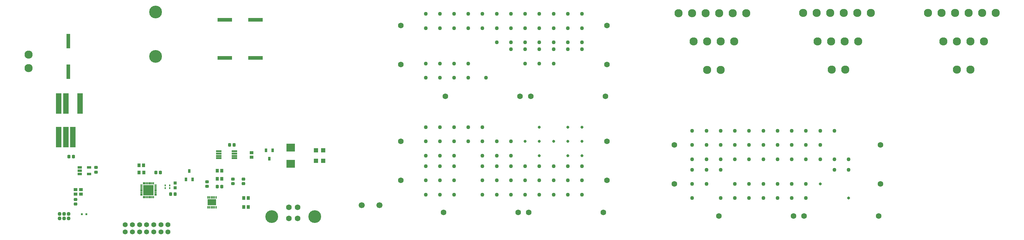
<source format=gts>
G04*
G04 #@! TF.GenerationSoftware,Altium Limited,Altium Designer,20.1.8 (145)*
G04*
G04 Layer_Color=8388736*
%FSLAX43Y43*%
%MOMM*%
G71*
G04*
G04 #@! TF.SameCoordinates,5712E5C3-EFE7-4622-A9FF-169796C5DE8E*
G04*
G04*
G04 #@! TF.FilePolarity,Negative*
G04*
G01*
G75*
%ADD18R,1.200X0.700*%
%ADD19R,1.500X5.800*%
G04:AMPARAMS|DCode=20|XSize=1mm|YSize=0.9mm|CornerRadius=0.25mm|HoleSize=0mm|Usage=FLASHONLY|Rotation=180.000|XOffset=0mm|YOffset=0mm|HoleType=Round|Shape=RoundedRectangle|*
%AMROUNDEDRECTD20*
21,1,1.000,0.400,0,0,180.0*
21,1,0.500,0.900,0,0,180.0*
1,1,0.500,-0.250,0.200*
1,1,0.500,0.250,0.200*
1,1,0.500,0.250,-0.200*
1,1,0.500,-0.250,-0.200*
%
%ADD20ROUNDEDRECTD20*%
%ADD21R,4.100X1.100*%
G04:AMPARAMS|DCode=22|XSize=1mm|YSize=0.9mm|CornerRadius=0.25mm|HoleSize=0mm|Usage=FLASHONLY|Rotation=90.000|XOffset=0mm|YOffset=0mm|HoleType=Round|Shape=RoundedRectangle|*
%AMROUNDEDRECTD22*
21,1,1.000,0.400,0,0,90.0*
21,1,0.500,0.900,0,0,90.0*
1,1,0.500,0.200,0.250*
1,1,0.500,0.200,-0.250*
1,1,0.500,-0.200,-0.250*
1,1,0.500,-0.200,0.250*
%
%ADD22ROUNDEDRECTD22*%
%ADD23R,1.100X4.100*%
%ADD24O,0.800X0.300*%
%ADD25R,0.350X0.800*%
%ADD26R,2.480X1.750*%
%ADD27R,1.190X1.190*%
%ADD28R,1.550X0.550*%
%ADD29R,0.700X1.000*%
%ADD30R,1.000X0.900*%
%ADD31R,2.400X2.200*%
%ADD32R,0.450X0.600*%
%ADD33R,0.950X0.950*%
%ADD34R,0.900X1.000*%
%ADD35O,0.300X0.800*%
%ADD36R,0.600X0.500*%
%ADD37R,3.000X3.000*%
%ADD38C,3.600*%
%ADD39C,2.300*%
%ADD40C,1.600*%
%ADD41C,1.700*%
%ADD42C,1.100*%
%ADD43C,1.400*%
%ADD44C,0.800*%
%ADD45C,0.903*%
D18*
X57300Y46800D02*
D03*
X54700D02*
D03*
Y48700D02*
D03*
Y47750D02*
D03*
X57300Y48700D02*
D03*
D19*
X48750Y66750D02*
D03*
X54750D02*
D03*
X48750Y57250D02*
D03*
X52750D02*
D03*
X50750D02*
D03*
Y66750D02*
D03*
D20*
X59250Y47350D02*
D03*
Y48650D02*
D03*
X53500Y39650D02*
D03*
Y38350D02*
D03*
X97750Y45400D02*
D03*
Y44100D02*
D03*
X100750Y45400D02*
D03*
Y44100D02*
D03*
X90500Y43350D02*
D03*
Y44650D02*
D03*
D21*
X95500Y79600D02*
D03*
X104100D02*
D03*
X95500Y90300D02*
D03*
X104100D02*
D03*
D22*
X52900Y51750D02*
D03*
X51600D02*
D03*
X96850Y55000D02*
D03*
X98150D02*
D03*
X81550Y41100D02*
D03*
X80250D02*
D03*
X93350Y43250D02*
D03*
X94650D02*
D03*
X76100Y47250D02*
D03*
X77400D02*
D03*
D23*
X51500Y84300D02*
D03*
Y75700D02*
D03*
D24*
X72025Y42450D02*
D03*
Y41250D02*
D03*
Y41650D02*
D03*
Y42050D02*
D03*
Y42850D02*
D03*
Y40850D02*
D03*
Y43650D02*
D03*
Y43250D02*
D03*
X75975Y40850D02*
D03*
Y41250D02*
D03*
Y41650D02*
D03*
Y42050D02*
D03*
Y42450D02*
D03*
Y42850D02*
D03*
Y43250D02*
D03*
Y43650D02*
D03*
D25*
X92100Y37450D02*
D03*
X90750D02*
D03*
X93000D02*
D03*
X92550D02*
D03*
X91650D02*
D03*
X91200D02*
D03*
X91650Y40250D02*
D03*
X91200D02*
D03*
X90750D02*
D03*
X93000D02*
D03*
X92550D02*
D03*
X92100D02*
D03*
D26*
X91850Y38850D02*
D03*
D27*
X121100Y50500D02*
D03*
X123200D02*
D03*
X121100Y53500D02*
D03*
X123200D02*
D03*
D28*
X93800Y53225D02*
D03*
Y52575D02*
D03*
Y51925D02*
D03*
Y51275D02*
D03*
X98200D02*
D03*
Y51925D02*
D03*
Y52575D02*
D03*
Y53225D02*
D03*
D29*
X108000Y51100D02*
D03*
X107050Y53500D02*
D03*
X108950D02*
D03*
X84550Y45300D02*
D03*
X86450D02*
D03*
X85500Y47700D02*
D03*
D30*
X103000Y51550D02*
D03*
Y52850D02*
D03*
X55000Y41100D02*
D03*
Y42400D02*
D03*
X53500D02*
D03*
Y41100D02*
D03*
D31*
X114000Y54300D02*
D03*
Y49700D02*
D03*
D32*
X79950Y43600D02*
D03*
X78750D02*
D03*
Y42850D02*
D03*
X79950D02*
D03*
D33*
X81500Y42900D02*
D03*
Y44300D02*
D03*
D34*
X72650Y49250D02*
D03*
X71350D02*
D03*
X71375Y47250D02*
D03*
X72675D02*
D03*
X94650Y47750D02*
D03*
X93350D02*
D03*
X94650Y45500D02*
D03*
X93350D02*
D03*
X102100Y40050D02*
D03*
X100800D02*
D03*
X102100Y37500D02*
D03*
X100800D02*
D03*
D35*
X75400Y40275D02*
D03*
X75000D02*
D03*
X74600Y44225D02*
D03*
X75000D02*
D03*
X75400D02*
D03*
X74200D02*
D03*
X73800D02*
D03*
X73400D02*
D03*
X73000D02*
D03*
X72600D02*
D03*
Y40275D02*
D03*
X73000D02*
D03*
X73400D02*
D03*
X73800D02*
D03*
X74200D02*
D03*
X74600D02*
D03*
D36*
X56550Y35500D02*
D03*
X55250D02*
D03*
D37*
X74000Y42250D02*
D03*
D38*
X76000Y92500D02*
D03*
Y80000D02*
D03*
X108730Y34750D02*
D03*
X120770D02*
D03*
D39*
X40250Y80500D02*
D03*
Y76690D02*
D03*
X262060Y92250D02*
D03*
X258250D02*
D03*
X265870D02*
D03*
X269680D02*
D03*
X273490D02*
D03*
X277300D02*
D03*
X312370Y92250D02*
D03*
X308560D02*
D03*
X304750D02*
D03*
X300940D02*
D03*
X293320D02*
D03*
X297130D02*
D03*
X297630Y84250D02*
D03*
X305250D02*
D03*
X309060D02*
D03*
X301440D02*
D03*
X301440Y76250D02*
D03*
X305250D02*
D03*
X262250Y84250D02*
D03*
X269870D02*
D03*
X273680D02*
D03*
X266060D02*
D03*
X266250Y76250D02*
D03*
X270060D02*
D03*
X231240Y76200D02*
D03*
X235050D02*
D03*
X238860Y84200D02*
D03*
X235050D02*
D03*
X231240D02*
D03*
X227430D02*
D03*
X223120Y92200D02*
D03*
X226930D02*
D03*
X230740D02*
D03*
X234550D02*
D03*
X238360D02*
D03*
X242170D02*
D03*
D40*
X145050Y88700D02*
D03*
X203050D02*
D03*
X255500Y35000D02*
D03*
X234500D02*
D03*
X279500Y35000D02*
D03*
X258500D02*
D03*
X280000Y55000D02*
D03*
X222000D02*
D03*
X280000Y44000D02*
D03*
X222000D02*
D03*
X178000Y36000D02*
D03*
X157000D02*
D03*
X202000Y36000D02*
D03*
X181000D02*
D03*
X203000Y56000D02*
D03*
X145000D02*
D03*
X203000Y45000D02*
D03*
X145000D02*
D03*
X181550Y68700D02*
D03*
X202550D02*
D03*
X157550D02*
D03*
X178550D02*
D03*
X203050Y77700D02*
D03*
X145050D02*
D03*
X116000Y37450D02*
D03*
Y34250D02*
D03*
X113500D02*
D03*
Y37450D02*
D03*
D41*
X139000Y38000D02*
D03*
X134000D02*
D03*
D42*
X48980Y35520D02*
D03*
Y34250D02*
D03*
X51520D02*
D03*
X50250D02*
D03*
X51520Y35520D02*
D03*
X50250D02*
D03*
X152000Y41000D02*
D03*
Y52000D02*
D03*
Y56000D02*
D03*
Y60000D02*
D03*
Y74000D02*
D03*
Y78000D02*
D03*
Y88000D02*
D03*
Y92000D02*
D03*
X156000Y41000D02*
D03*
Y52000D02*
D03*
Y56000D02*
D03*
Y60000D02*
D03*
Y74000D02*
D03*
Y78000D02*
D03*
Y88000D02*
D03*
Y92000D02*
D03*
X160000Y41000D02*
D03*
Y52000D02*
D03*
Y56000D02*
D03*
Y60000D02*
D03*
Y74000D02*
D03*
Y78000D02*
D03*
Y88000D02*
D03*
Y92000D02*
D03*
X164000Y56000D02*
D03*
Y60000D02*
D03*
Y74000D02*
D03*
Y78000D02*
D03*
Y88000D02*
D03*
Y92000D02*
D03*
X168000Y41000D02*
D03*
Y52000D02*
D03*
Y56000D02*
D03*
Y60000D02*
D03*
Y88000D02*
D03*
Y92000D02*
D03*
X172000Y41000D02*
D03*
Y52000D02*
D03*
X172000Y56000D02*
D03*
X172000Y84000D02*
D03*
X172000Y88000D02*
D03*
Y92000D02*
D03*
X176000Y41000D02*
D03*
Y52000D02*
D03*
Y56000D02*
D03*
Y82000D02*
D03*
Y84000D02*
D03*
Y88000D02*
D03*
Y92000D02*
D03*
X180000Y41000D02*
D03*
Y78000D02*
D03*
Y82000D02*
D03*
Y84000D02*
D03*
Y88000D02*
D03*
Y92000D02*
D03*
X184000Y41000D02*
D03*
X184000Y78000D02*
D03*
Y82000D02*
D03*
X184000Y84000D02*
D03*
X184000Y88000D02*
D03*
Y92000D02*
D03*
X188000Y41000D02*
D03*
Y78000D02*
D03*
Y82000D02*
D03*
Y84000D02*
D03*
Y88000D02*
D03*
Y92000D02*
D03*
X192000Y41000D02*
D03*
Y82000D02*
D03*
Y84000D02*
D03*
Y88000D02*
D03*
Y92000D02*
D03*
X196000Y41000D02*
D03*
X196000Y82000D02*
D03*
X196000Y84000D02*
D03*
X196000Y88000D02*
D03*
Y92000D02*
D03*
X152000Y49000D02*
D03*
Y45000D02*
D03*
X156000Y49000D02*
D03*
Y45000D02*
D03*
X160000Y49000D02*
D03*
Y45000D02*
D03*
X168000D02*
D03*
Y49000D02*
D03*
X172000Y45000D02*
D03*
Y49000D02*
D03*
X176000Y45000D02*
D03*
Y49000D02*
D03*
X180000Y45000D02*
D03*
Y49000D02*
D03*
X184000Y45000D02*
D03*
Y49000D02*
D03*
X188000Y45000D02*
D03*
Y49000D02*
D03*
X192000Y45000D02*
D03*
Y49000D02*
D03*
X196000Y45000D02*
D03*
Y49000D02*
D03*
X169000Y74000D02*
D03*
X227000Y40000D02*
D03*
X235000D02*
D03*
X239000D02*
D03*
X243000D02*
D03*
X227000Y48000D02*
D03*
Y44000D02*
D03*
X231000Y48000D02*
D03*
Y44000D02*
D03*
X235000Y48000D02*
D03*
X247000Y44000D02*
D03*
X243000D02*
D03*
X239000D02*
D03*
X259000D02*
D03*
X255000D02*
D03*
X251000D02*
D03*
X271000Y48000D02*
D03*
X267000D02*
D03*
X247000Y40000D02*
D03*
X251000D02*
D03*
X255000D02*
D03*
X259000D02*
D03*
X227000Y51000D02*
D03*
X231000D02*
D03*
X235000D02*
D03*
X239000D02*
D03*
X243000D02*
D03*
X227000Y59000D02*
D03*
Y55000D02*
D03*
X231000Y59000D02*
D03*
Y55000D02*
D03*
X235000Y59000D02*
D03*
Y55000D02*
D03*
X247000D02*
D03*
Y59000D02*
D03*
X243000Y55000D02*
D03*
Y59000D02*
D03*
X239000Y55000D02*
D03*
Y59000D02*
D03*
X259000Y55000D02*
D03*
Y59000D02*
D03*
X255000Y55000D02*
D03*
Y59000D02*
D03*
X251000Y55000D02*
D03*
Y59000D02*
D03*
X267000D02*
D03*
X263000Y55000D02*
D03*
Y59000D02*
D03*
X247000Y51000D02*
D03*
X251000D02*
D03*
X255000D02*
D03*
X259000D02*
D03*
X263000D02*
D03*
X267000D02*
D03*
X271000D02*
D03*
D43*
X75500Y30500D02*
D03*
X77500Y32500D02*
D03*
Y30500D02*
D03*
X79500Y32500D02*
D03*
Y30500D02*
D03*
X67500Y32500D02*
D03*
Y30500D02*
D03*
X69500Y32500D02*
D03*
Y30500D02*
D03*
X71500Y32500D02*
D03*
Y30500D02*
D03*
X73500Y32500D02*
D03*
Y30500D02*
D03*
X75500Y32500D02*
D03*
D44*
X180000Y56000D02*
D03*
X184000Y52000D02*
D03*
Y56000D02*
D03*
Y60000D02*
D03*
X188000Y56000D02*
D03*
X192000Y52000D02*
D03*
Y56000D02*
D03*
Y60000D02*
D03*
X196000Y52000D02*
D03*
Y56000D02*
D03*
Y60000D02*
D03*
X263000Y44000D02*
D03*
X271000Y40000D02*
D03*
D45*
X74000Y42250D02*
D03*
M02*

</source>
